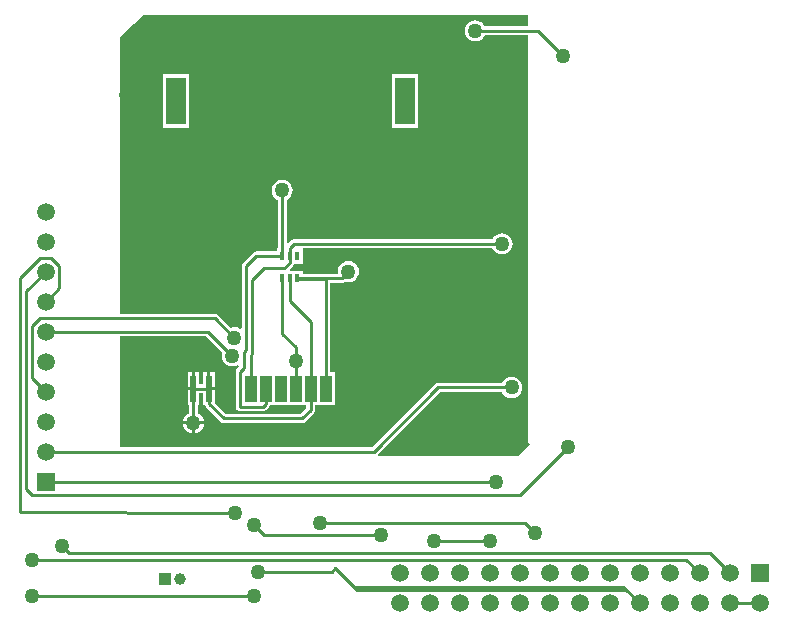
<source format=gbl>
G04 Layer_Physical_Order=2*
G04 Layer_Color=16711680*
%FSLAX44Y44*%
%MOMM*%
G71*
G01*
G75*
%ADD27C,0.2540*%
%ADD28R,1.5000X1.5000*%
%ADD29C,1.5000*%
%ADD30R,1.5000X1.5000*%
%ADD31C,1.0000*%
%ADD32R,1.0000X1.0000*%
%ADD33C,1.2700*%
%ADD34R,0.5000X2.3000*%
%ADD35R,1.0000X2.3000*%
%ADD36R,1.7000X4.0000*%
%ADD37R,0.3500X0.8000*%
G36*
X700980Y756487D02*
X664095D01*
X663847Y757085D01*
X662422Y758942D01*
X660565Y760367D01*
X658403Y761263D01*
X656082Y761569D01*
X653761Y761263D01*
X651599Y760367D01*
X649742Y758942D01*
X648317Y757085D01*
X647421Y754923D01*
X647115Y752602D01*
X647421Y750281D01*
X648317Y748119D01*
X649742Y746262D01*
X651599Y744837D01*
X653761Y743941D01*
X656082Y743635D01*
X658403Y743941D01*
X660565Y744837D01*
X662422Y746262D01*
X663847Y748119D01*
X664095Y748717D01*
X700980D01*
Y404200D01*
X702250Y402930D01*
X692090Y392770D01*
X573966D01*
X573440Y394040D01*
X626195Y446795D01*
X678803D01*
X679051Y446197D01*
X680476Y444339D01*
X682333Y442914D01*
X684495Y442019D01*
X686816Y441713D01*
X689137Y442019D01*
X691299Y442914D01*
X693156Y444339D01*
X694581Y446197D01*
X695477Y448359D01*
X695783Y450680D01*
X695477Y453001D01*
X694581Y455163D01*
X693156Y457020D01*
X691299Y458445D01*
X689137Y459341D01*
X686816Y459646D01*
X684495Y459341D01*
X682333Y458445D01*
X680476Y457020D01*
X679051Y455163D01*
X678803Y454565D01*
X624586D01*
X623099Y454269D01*
X621839Y453427D01*
X568537Y400125D01*
X355540D01*
Y493955D01*
X428413D01*
X441929Y480439D01*
X441681Y479841D01*
X441375Y477520D01*
X441681Y475199D01*
X442577Y473037D01*
X444002Y471180D01*
X445859Y469755D01*
X448021Y468859D01*
X450342Y468553D01*
X452663Y468859D01*
X454825Y469755D01*
X456120Y469147D01*
X456194Y468546D01*
X454533Y466885D01*
X453691Y465624D01*
X453395Y464138D01*
Y434270D01*
X453691Y432783D01*
X454533Y431523D01*
X455793Y430681D01*
X457280Y430385D01*
X476180D01*
X477667Y430681D01*
X478927Y431523D01*
X481537Y434133D01*
X482379Y435393D01*
X482408Y435540D01*
X513005D01*
Y433409D01*
X507915Y428319D01*
X444595D01*
X435580Y437334D01*
Y448310D01*
X430540D01*
Y449580D01*
X429270D01*
Y463620D01*
X425500D01*
Y453465D01*
X422580D01*
Y463620D01*
X418810D01*
Y449580D01*
X417540D01*
Y448310D01*
X412500D01*
Y435540D01*
X413655D01*
Y428693D01*
X413057Y428445D01*
X411199Y427020D01*
X409775Y425163D01*
X408879Y423001D01*
X408740Y421950D01*
X426339D01*
X426201Y423001D01*
X425305Y425163D01*
X423880Y427020D01*
X422023Y428445D01*
X421425Y428693D01*
Y435540D01*
X422580D01*
Y445695D01*
X425500D01*
Y435540D01*
X426922D01*
X426951Y435393D01*
X427793Y434133D01*
X440239Y421687D01*
X441500Y420845D01*
X442986Y420549D01*
X509524D01*
X511011Y420845D01*
X512271Y421687D01*
X519637Y429053D01*
X520479Y430313D01*
X520775Y431800D01*
Y435540D01*
X537130D01*
Y463620D01*
X533475D01*
Y539065D01*
X542950D01*
X544436Y539361D01*
X545697Y540203D01*
X545720Y540227D01*
X546319Y539979D01*
X548640Y539673D01*
X550961Y539979D01*
X553123Y540875D01*
X554980Y542300D01*
X556405Y544157D01*
X557301Y546319D01*
X557607Y548640D01*
X557301Y550961D01*
X556405Y553123D01*
X554980Y554980D01*
X553123Y556405D01*
X550961Y557301D01*
X548640Y557607D01*
X546319Y557301D01*
X544157Y556405D01*
X542300Y554980D01*
X540875Y553123D01*
X539979Y550961D01*
X539673Y548640D01*
X539785Y547789D01*
X538948Y546834D01*
X509900D01*
Y549490D01*
X499493D01*
X499007Y550663D01*
X501857Y553513D01*
X502699Y554773D01*
X502826Y555410D01*
X509900D01*
Y568377D01*
X670675D01*
X670923Y567779D01*
X672348Y565922D01*
X674205Y564497D01*
X676367Y563601D01*
X678688Y563295D01*
X681009Y563601D01*
X683171Y564497D01*
X685028Y565922D01*
X686453Y567779D01*
X687349Y569941D01*
X687655Y572262D01*
X687349Y574583D01*
X686453Y576745D01*
X685028Y578602D01*
X683171Y580027D01*
X681009Y580923D01*
X678688Y581229D01*
X676367Y580923D01*
X674205Y580027D01*
X672348Y578602D01*
X670923Y576745D01*
X670675Y576147D01*
X502412D01*
X500925Y575851D01*
X499665Y575009D01*
X497668Y573012D01*
X496495Y573498D01*
Y609477D01*
X497094Y609725D01*
X498951Y611150D01*
X500376Y613007D01*
X501271Y615169D01*
X501577Y617490D01*
X501271Y619811D01*
X500376Y621974D01*
X498951Y623831D01*
X497094Y625256D01*
X494931Y626151D01*
X492610Y626457D01*
X490289Y626151D01*
X488127Y625256D01*
X486270Y623831D01*
X484845Y621974D01*
X483949Y619811D01*
X483643Y617490D01*
X483949Y615169D01*
X484845Y613007D01*
X486270Y611150D01*
X488127Y609725D01*
X488726Y609477D01*
Y568490D01*
X488320D01*
Y565987D01*
X470742D01*
X469255Y565691D01*
X467995Y564849D01*
X459533Y556387D01*
X458691Y555127D01*
X458395Y553640D01*
Y500586D01*
X457256Y500024D01*
X456603Y500525D01*
X454441Y501421D01*
X452120Y501727D01*
X449799Y501421D01*
X449201Y501173D01*
X438357Y512017D01*
X437097Y512859D01*
X435610Y513155D01*
X355540D01*
Y696300D01*
X354270Y697570D01*
X355540Y701380D01*
Y747100D01*
X366970Y758530D01*
X374590Y766150D01*
X700980D01*
Y756487D01*
D02*
G37*
%LPC*%
G36*
X416270Y463620D02*
X412500D01*
Y450850D01*
X416270D01*
Y463620D01*
D02*
G37*
G36*
X426339Y419410D02*
X418810D01*
Y411880D01*
X419861Y412019D01*
X422023Y412915D01*
X423880Y414339D01*
X425305Y416197D01*
X426201Y418359D01*
X426339Y419410D01*
D02*
G37*
G36*
X416270D02*
X408740D01*
X408879Y418359D01*
X409775Y416197D01*
X411199Y414339D01*
X413057Y412915D01*
X415219Y412019D01*
X416270Y411880D01*
Y419410D01*
D02*
G37*
G36*
X607610Y715620D02*
X585530D01*
Y670540D01*
X607610D01*
Y715620D01*
D02*
G37*
G36*
X413610D02*
X391530D01*
Y670540D01*
X413610D01*
Y715620D01*
D02*
G37*
G36*
X435580Y463620D02*
X431810D01*
Y450850D01*
X435580D01*
Y463620D01*
D02*
G37*
%LPD*%
D27*
X624586Y450680D02*
X686816D01*
X472440Y294640D02*
X534924D01*
X537718Y297434D01*
X553212Y281940D02*
X781558D01*
X553212D02*
X555752Y279400D01*
X537718Y297434D02*
X553212Y281940D01*
X781558D02*
X784098Y279400D01*
X446786Y274320D02*
X468630D01*
X470742Y562102D02*
X492610D01*
X309953Y312855D02*
X312223Y310585D01*
X484921D01*
X457250Y304800D02*
X480546D01*
X280924D02*
X457250D01*
X834898D02*
X846328Y293370D01*
X480546Y304800D02*
X834898D01*
X484921Y310585D02*
X854513D01*
X306070Y316738D02*
X309953Y312855D01*
X555752Y279400D02*
X784098D01*
X795528Y267970D01*
X524624Y335534D02*
X698246D01*
X706628Y327152D01*
X270884Y344812D02*
X452780Y344515D01*
X287528Y560324D02*
X297180D01*
X303784Y534670D02*
Y553720D01*
X281044Y458350D02*
X292354Y447040D01*
X281044Y458350D02*
Y502920D01*
X435610Y509270D02*
X452120Y492760D01*
X621538Y320802D02*
X668528D01*
X504190Y449580D02*
Y472948D01*
Y484482D01*
X492610Y496062D02*
X504190Y484482D01*
X466090Y449580D02*
Y477774D01*
X467360Y479044D02*
Y541274D01*
X477520Y551434D01*
X499110Y561950D02*
Y568960D01*
X457280Y434270D02*
X476180D01*
X457280D02*
Y464138D01*
X460502Y467360D01*
Y480822D02*
X462280Y482600D01*
Y553640D01*
X470742Y562102D01*
X492610Y561950D02*
Y562102D01*
Y617490D01*
X292354Y396240D02*
X570146D01*
X693928Y359410D02*
X734568Y400050D01*
X292354Y370840D02*
X673862D01*
X477520Y325374D02*
X576072D01*
X430540Y436880D02*
Y449580D01*
Y436880D02*
X442986Y424434D01*
X509524D01*
X499110Y524256D02*
X516890Y506476D01*
X505610Y542950D02*
X505762Y542798D01*
X529590D01*
Y449580D02*
Y542798D01*
X871728Y267970D02*
X897128D01*
X270884Y344812D02*
Y543680D01*
X287528Y560324D01*
X297180D02*
X303784Y553720D01*
X292354Y523240D02*
X303784Y534670D01*
X280924Y274320D02*
X446786D01*
X281044Y502920D02*
X287394Y509270D01*
X435610D01*
X292354Y497840D02*
X430022D01*
X450342Y477520D01*
X492610Y496062D02*
Y542950D01*
X466090Y477774D02*
X467360Y479044D01*
X477520Y551434D02*
X494284D01*
X499110Y556260D01*
Y561950D01*
Y568960D02*
X502412Y572262D01*
X678688D01*
X478790Y436880D02*
Y449580D01*
X476180Y434270D02*
X478790Y436880D01*
X460502Y467360D02*
Y480822D01*
X570146Y396240D02*
X624586Y450680D01*
X275964Y532250D02*
X292354Y548640D01*
X275964Y364370D02*
Y532250D01*
Y364370D02*
X280924Y359410D01*
X693928D01*
X656082Y752602D02*
X708914D01*
X729996Y731520D01*
X468630Y334264D02*
X477520Y325374D01*
X854513Y310585D02*
X871728Y293370D01*
X417540Y420680D02*
Y449580D01*
X430540D01*
X509524Y424434D02*
X516890Y431800D01*
Y449580D01*
Y506476D01*
X499110Y524256D02*
Y542950D01*
X505610D02*
X542950D01*
X548640Y548640D01*
D28*
X897128Y293370D02*
D03*
D29*
Y267970D02*
D03*
X871728Y293370D02*
D03*
Y267970D02*
D03*
X846328Y293370D02*
D03*
Y267970D02*
D03*
X820928Y293370D02*
D03*
Y267970D02*
D03*
X795528Y293370D02*
D03*
Y267970D02*
D03*
X770128Y293370D02*
D03*
Y267970D02*
D03*
X744728Y293370D02*
D03*
Y267970D02*
D03*
X719328Y293370D02*
D03*
Y267970D02*
D03*
X693928Y293370D02*
D03*
Y267970D02*
D03*
X668528Y293370D02*
D03*
Y267970D02*
D03*
X643128Y293370D02*
D03*
Y267970D02*
D03*
X617728Y293370D02*
D03*
Y267970D02*
D03*
X592328Y293370D02*
D03*
Y267970D02*
D03*
X292354Y421640D02*
D03*
Y599440D02*
D03*
Y574040D02*
D03*
Y548640D02*
D03*
Y523240D02*
D03*
Y497840D02*
D03*
Y472440D02*
D03*
Y447040D02*
D03*
Y396240D02*
D03*
D30*
Y370840D02*
D03*
D31*
X406146Y288544D02*
D03*
D32*
X393446D02*
D03*
D33*
X686816Y450680D02*
D03*
X472440Y294640D02*
D03*
X280924Y304800D02*
D03*
X306070Y316738D02*
D03*
X468630Y274320D02*
D03*
X280924D02*
D03*
X524624Y335534D02*
D03*
X706628Y327152D02*
D03*
X452780Y344515D02*
D03*
X452120Y492760D02*
D03*
X450342Y477520D02*
D03*
X621538Y320802D02*
D03*
X668528D02*
D03*
X504190Y472948D02*
D03*
X678688Y572262D02*
D03*
X492610Y617490D02*
D03*
X734568Y400050D02*
D03*
X673862Y370840D02*
D03*
X656082Y752602D02*
D03*
X729996Y731520D02*
D03*
X468630Y334264D02*
D03*
X576072Y325374D02*
D03*
X417540Y420680D02*
D03*
X548640Y548640D02*
D03*
D34*
X417540Y449580D02*
D03*
X430540D02*
D03*
D35*
X529590D02*
D03*
X516890D02*
D03*
X504190D02*
D03*
X491490D02*
D03*
X478790D02*
D03*
X466090D02*
D03*
D36*
X596570Y693080D02*
D03*
X402570D02*
D03*
D37*
X505610Y561950D02*
D03*
X499110D02*
D03*
X492610D02*
D03*
Y542950D02*
D03*
X499110D02*
D03*
X505610D02*
D03*
M02*

</source>
